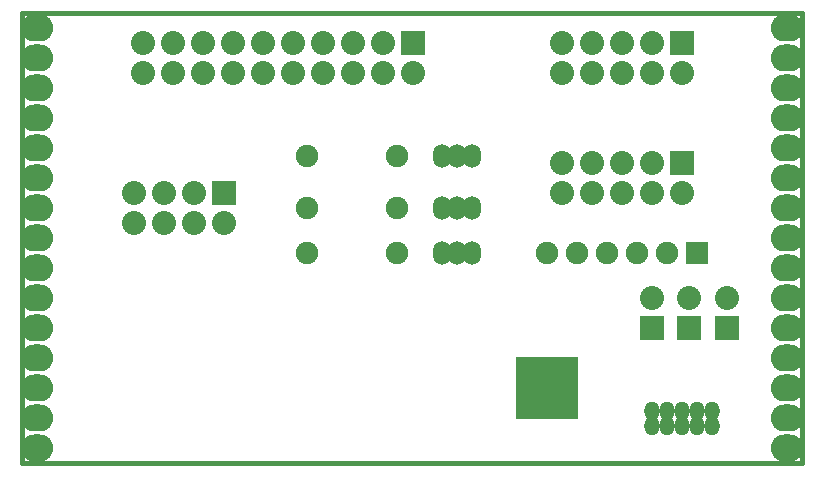
<source format=gbs>
G04 (created by PCBNEW-RS274X (2012-01-19 BZR 3256)-stable) date 20/08/2012 20:09:26*
G01*
G70*
G90*
%MOIN*%
G04 Gerber Fmt 3.4, Leading zero omitted, Abs format*
%FSLAX34Y34*%
G04 APERTURE LIST*
%ADD10C,0.006000*%
%ADD11C,0.015000*%
%ADD12O,0.108000X0.090000*%
%ADD13C,0.075000*%
%ADD14R,0.080000X0.080000*%
%ADD15C,0.080000*%
%ADD16R,0.075000X0.075000*%
%ADD17O,0.059400X0.079100*%
%ADD18O,0.051500X0.063300*%
%ADD19R,0.083400X0.083400*%
G04 APERTURE END LIST*
G54D10*
G54D11*
X25000Y00000D02*
X26000Y00000D01*
X25000Y15000D02*
X26000Y15000D01*
X25000Y15000D02*
X00000Y15000D01*
X26000Y00000D02*
X26000Y15000D01*
X00000Y00000D02*
X25000Y00000D01*
X00000Y15000D02*
X00000Y00000D01*
G54D12*
X00500Y00500D03*
X00500Y01500D03*
X00500Y02500D03*
X00500Y03500D03*
X00500Y04500D03*
X00500Y05500D03*
X00500Y06500D03*
X00500Y07500D03*
X00500Y08500D03*
X00500Y09500D03*
X00500Y10500D03*
X00500Y11500D03*
X00500Y12500D03*
X00500Y13500D03*
X00500Y14500D03*
X25500Y00500D03*
X25500Y01500D03*
X25500Y02500D03*
X25500Y03500D03*
X25500Y04500D03*
X25500Y05500D03*
X25500Y06500D03*
X25500Y07500D03*
X25500Y08500D03*
X25500Y09500D03*
X25500Y10500D03*
X25500Y11500D03*
X25500Y12500D03*
X25500Y13500D03*
X25500Y14500D03*
G54D13*
X09500Y08500D03*
X12500Y08500D03*
X09500Y07000D03*
X12500Y07000D03*
X09500Y10250D03*
X12500Y10250D03*
G54D14*
X13025Y14000D03*
G54D15*
X13025Y13000D03*
X12025Y14000D03*
X12025Y13000D03*
X11025Y14000D03*
X11025Y13000D03*
X10025Y14000D03*
X10025Y13000D03*
X09025Y14000D03*
X09025Y13000D03*
X08025Y14000D03*
X08025Y13000D03*
X07025Y14000D03*
X07025Y13000D03*
X06025Y14000D03*
X06025Y13000D03*
X05025Y14000D03*
X05025Y13000D03*
X04025Y14000D03*
X04025Y13000D03*
G54D16*
X22500Y07000D03*
G54D13*
X21500Y07000D03*
X20500Y07000D03*
X19500Y07000D03*
X18500Y07000D03*
X17500Y07000D03*
G54D17*
X15000Y08500D03*
X14500Y08500D03*
X14000Y08500D03*
X15000Y07000D03*
X14500Y07000D03*
X14000Y07000D03*
X15000Y10250D03*
X14500Y10250D03*
X14000Y10250D03*
G54D14*
X22000Y14000D03*
G54D15*
X22000Y13000D03*
X21000Y14000D03*
X21000Y13000D03*
X20000Y14000D03*
X20000Y13000D03*
X19000Y14000D03*
X19000Y13000D03*
X18000Y14000D03*
X18000Y13000D03*
G54D14*
X22000Y10000D03*
G54D15*
X22000Y09000D03*
X21000Y10000D03*
X21000Y09000D03*
X20000Y10000D03*
X20000Y09000D03*
X19000Y10000D03*
X19000Y09000D03*
X18000Y10000D03*
X18000Y09000D03*
G54D14*
X06750Y09000D03*
G54D15*
X06750Y08000D03*
X05750Y09000D03*
X05750Y08000D03*
X04750Y09000D03*
X04750Y08000D03*
X03750Y09000D03*
X03750Y08000D03*
G54D18*
X21000Y01250D03*
X21000Y01750D03*
X21500Y01250D03*
X21500Y01750D03*
X22000Y01250D03*
X22000Y01750D03*
X22500Y01250D03*
X22500Y01750D03*
X23000Y01250D03*
X23000Y01750D03*
G54D14*
X23500Y04500D03*
G54D15*
X23500Y05500D03*
G54D14*
X22250Y04500D03*
G54D15*
X22250Y05500D03*
G54D14*
X21000Y04500D03*
G54D15*
X21000Y05500D03*
G54D19*
X18130Y01870D03*
X17500Y01870D03*
X17500Y02500D03*
X18130Y02500D03*
X16870Y01870D03*
X16870Y02500D03*
X16870Y03130D03*
X17500Y03130D03*
X18130Y03130D03*
M02*

</source>
